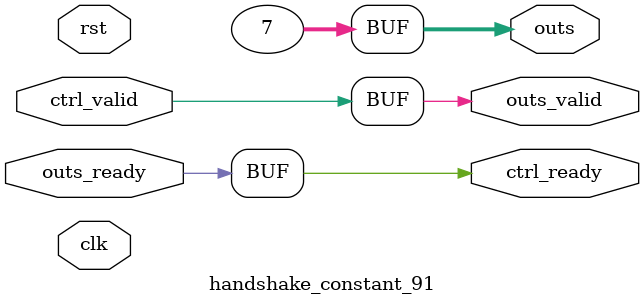
<source format=v>
`timescale 1ns / 1ps
module handshake_constant_91 #(
  parameter DATA_WIDTH = 32  // Default set to 32 bits
) (
  input                       clk,
  input                       rst,
  // Input Channel
  input                       ctrl_valid,
  output                      ctrl_ready,
  // Output Channel
  output [DATA_WIDTH - 1 : 0] outs,
  output                      outs_valid,
  input                       outs_ready
);
  assign outs       = 4'b0111;
  assign outs_valid = ctrl_valid;
  assign ctrl_ready = outs_ready;

endmodule

</source>
